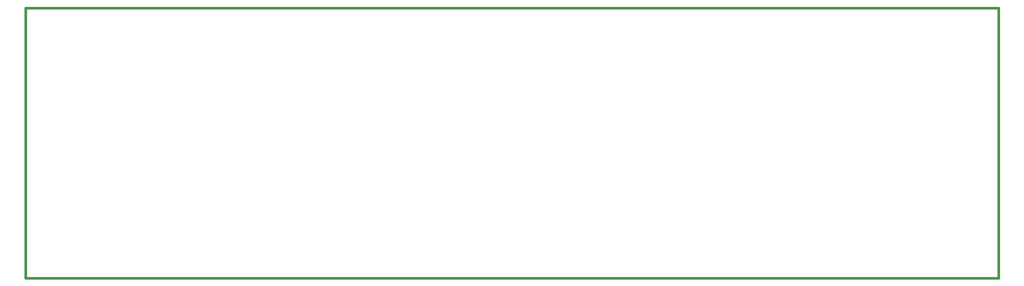
<source format=gbr>
G04 (created by PCBNEW-RS274X (2012-01-19 BZR 3256)-stable) date jeu. 10 mai 2012 20:56:23 CEST*
G01*
G70*
G90*
%MOIN*%
G04 Gerber Fmt 3.4, Leading zero omitted, Abs format*
%FSLAX34Y34*%
G04 APERTURE LIST*
%ADD10C,0.006000*%
%ADD11C,0.015000*%
G04 APERTURE END LIST*
G54D10*
G54D11*
X12980Y-08873D02*
X12980Y-08773D01*
X74005Y-08898D02*
X74005Y-08773D01*
X12980Y-08844D02*
X12980Y-25773D01*
X12980Y-25773D02*
X74003Y-25773D01*
X74004Y-08769D02*
X12980Y-08769D01*
X74004Y-25773D02*
X74004Y-08844D01*
M02*

</source>
